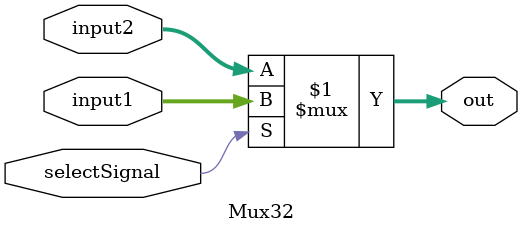
<source format=v>
`timescale 1ns / 1ps


module Mux32(
        input selectSignal,
        input [31:0] input1,
        input [31:0] input2,
        output [31:0] out
    );
    
    assign out = selectSignal ? input1 : input2;
    
endmodule

</source>
